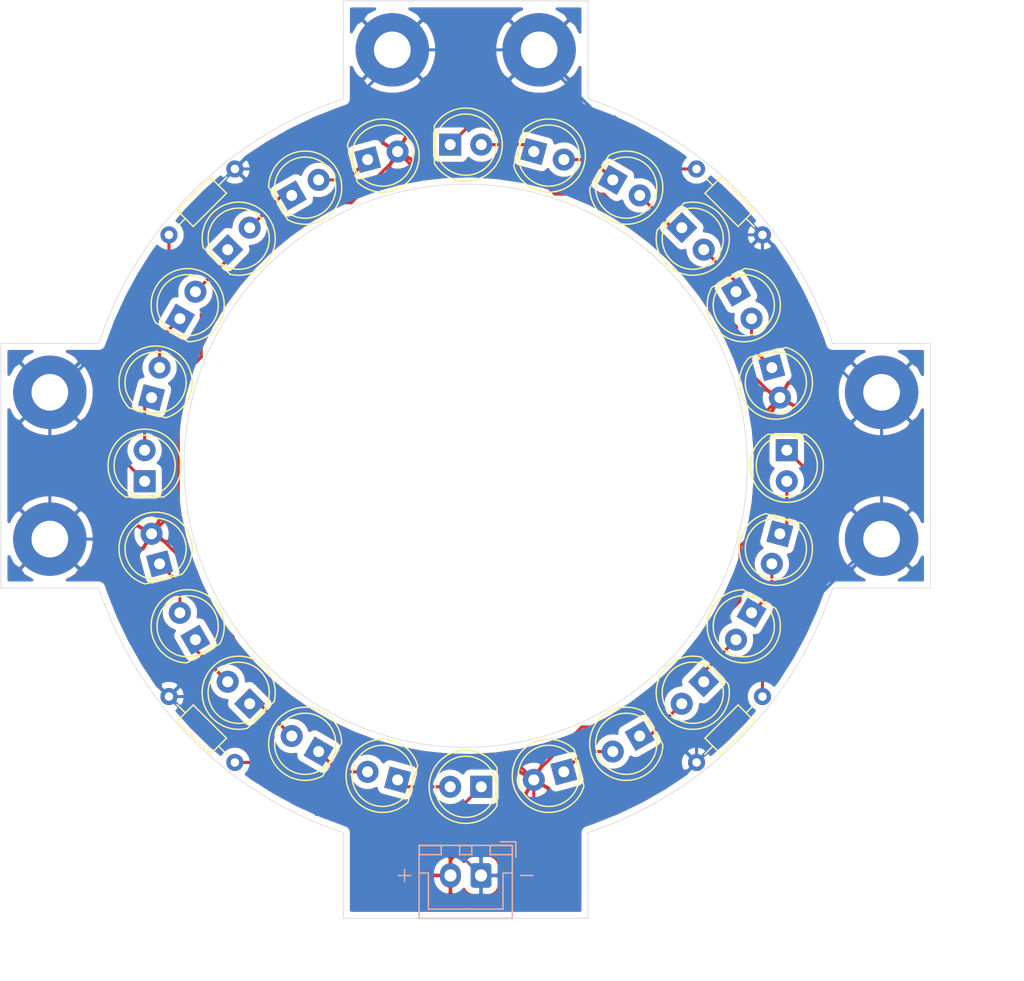
<source format=kicad_pcb>
(kicad_pcb (version 20171130) (host pcbnew "(5.1.6)-1")
  (layers (0 F.Cu signal) (31 B.Cu signal hide) (34 B.Paste user) (35 F.Paste user) (36 B.SilkS user) (37 F.SilkS user) (38 B.Mask user) (39 F.Mask user) (44 Edge.Cuts user))
  (net 0 "")
  (net 1 "Net-(D1-Pad2)")
  (net 2 "Net-(D1-Pad1)")
  (net 3 GND)
  (net 4 "Net-(D7-Pad1)")
  (net 5 "Net-(D7-Pad2)")
  (net 6 "Net-(D10-Pad2)")
  (net 7 "Net-(D10-Pad1)")
  (net 8 "Net-(D13-Pad1)")
  (net 9 "Net-(D13-Pad2)")
  (net 10 "Net-(D19-Pad1)")
  (net 11 "Net-(D19-Pad2)")
  (net 12 "Net-(D2-Pad2)")
  (net 13 "Net-(D3-Pad2)")
  (net 14 "Net-(D4-Pad2)")
  (net 15 "Net-(D5-Pad2)")
  (net 16 "Net-(D8-Pad2)")
  (net 17 "Net-(D11-Pad2)")
  (net 18 "Net-(D14-Pad2)")
  (net 19 "Net-(D15-Pad2)")
  (net 20 "Net-(D16-Pad2)")
  (net 21 "Net-(D17-Pad2)")
  (net 22 "Net-(D20-Pad2)")
  (net 23 "Net-(D21-Pad2)")
  (net 24 "Net-(D22-Pad2)")
  (net 25 "Net-(D23-Pad2)")
  (net 26 24V)
  (module MountingHole:MountingHole_3mm_Pad (layer F.Cu) (at 94 66)
    (fp_text reference M3 hide)
    (fp_text value M)
    (pad 1 thru_hole circle (at 0 0) (size 6 6) (drill 3) (layers *.Cu *.Mask) (net 3 GND))
  )
  (module LED_THT:LED_D5.0mm (layer F.Cu) (at 74.315747 94.432726 75)
    (fp_text reference D2 hide)
    (fp_text value LED)
    (fp_circle (center 1.27 0) (end 3.77 0) (layer F.SilkS) (width 0.12))
    (fp_line (start -1.29 -1.545) (end -1.29 1.545) (layer F.SilkS) (width 0.12))
    (fp_arc (start 1.27 0) (end -1.29 -1.54483) (angle 148.9) (layer F.SilkS) (width 0.12))
    (fp_arc (start 1.27 0) (end -1.29 1.54483) (angle -148.9) (layer F.SilkS) (width 0.12))
    (pad 1 thru_hole rect (at 0 0 75) (size 1.8 1.8) (drill 0.9) (layers *.Cu *.Mask) (net 1 "Net-(D1-Pad2)"))
    (pad 2 thru_hole circle (at 2.54 0 75) (size 1.8 1.8) (drill 0.9) (layers *.Cu *.Mask) (net 12 "Net-(D2-Pad2)"))
  )
  (module LED_THT:LED_D5.0mm (layer F.Cu) (at 76.631833 87.974852 60)
    (fp_text reference D3 hide)
    (fp_text value LED)
    (fp_circle (center 1.27 0) (end 3.77 0) (layer F.SilkS) (width 0.12))
    (fp_line (start -1.29 -1.545) (end -1.29 1.545) (layer F.SilkS) (width 0.12))
    (fp_arc (start 1.27 0) (end -1.29 -1.54483) (angle 148.9) (layer F.SilkS) (width 0.12))
    (fp_arc (start 1.27 0) (end -1.29 1.54483) (angle -148.9) (layer F.SilkS) (width 0.12))
    (pad 1 thru_hole rect (at 0 0 60) (size 1.8 1.8) (drill 0.9) (layers *.Cu *.Mask) (net 12 "Net-(D2-Pad2)"))
    (pad 2 thru_hole circle (at 2.54 0 60) (size 1.8 1.8) (drill 0.9) (layers *.Cu *.Mask) (net 13 "Net-(D3-Pad2)"))
  )
  (module LED_THT:LED_D5.0mm (layer F.Cu) (at 80.540421 82.336473 45)
    (fp_text reference D4 hide)
    (fp_text value LED)
    (fp_circle (center 1.27 0) (end 3.77 0) (layer F.SilkS) (width 0.12))
    (fp_line (start -1.29 -1.545) (end -1.29 1.545) (layer F.SilkS) (width 0.12))
    (fp_arc (start 1.27 0) (end -1.29 -1.54483) (angle 148.9) (layer F.SilkS) (width 0.12))
    (fp_arc (start 1.27 0) (end -1.29 1.54483) (angle -148.9) (layer F.SilkS) (width 0.12))
    (pad 1 thru_hole rect (at 0 0 45) (size 1.8 1.8) (drill 0.9) (layers *.Cu *.Mask) (net 13 "Net-(D3-Pad2)"))
    (pad 2 thru_hole circle (at 2.54 0 45) (size 1.8 1.8) (drill 0.9) (layers *.Cu *.Mask) (net 14 "Net-(D4-Pad2)"))
  )
  (module LED_THT:LED_D5.0mm (layer F.Cu) (at 85.775148 77.901833 30)
    (fp_text reference D5 hide)
    (fp_text value LED)
    (fp_circle (center 1.27 0) (end 3.77 0) (layer F.SilkS) (width 0.12))
    (fp_line (start -1.29 -1.545) (end -1.29 1.545) (layer F.SilkS) (width 0.12))
    (fp_arc (start 1.27 0) (end -1.29 -1.54483) (angle 148.9) (layer F.SilkS) (width 0.12))
    (fp_arc (start 1.27 0) (end -1.29 1.54483) (angle -148.9) (layer F.SilkS) (width 0.12))
    (pad 1 thru_hole rect (at 0 0 30) (size 1.8 1.8) (drill 0.9) (layers *.Cu *.Mask) (net 14 "Net-(D4-Pad2)"))
    (pad 2 thru_hole circle (at 2.54 0 30) (size 1.8 1.8) (drill 0.9) (layers *.Cu *.Mask) (net 15 "Net-(D5-Pad2)"))
  )
  (module LED_THT:LED_D5.0mm (layer F.Cu) (at 91.979274 74.973147 15)
    (fp_text reference D6 hide)
    (fp_text value LED)
    (fp_circle (center 1.27 0) (end 3.77 0) (layer F.SilkS) (width 0.12))
    (fp_line (start -1.29 -1.545) (end -1.29 1.545) (layer F.SilkS) (width 0.12))
    (fp_arc (start 1.27 0) (end -1.29 -1.54483) (angle 148.9) (layer F.SilkS) (width 0.12))
    (fp_arc (start 1.27 0) (end -1.29 1.54483) (angle -148.9) (layer F.SilkS) (width 0.12))
    (pad 1 thru_hole rect (at 0 0 15) (size 1.8 1.8) (drill 0.9) (layers *.Cu *.Mask) (net 15 "Net-(D5-Pad2)"))
    (pad 2 thru_hole circle (at 2.54 0 15) (size 1.8 1.8) (drill 0.9) (layers *.Cu *.Mask) (net 26 24V))
  )
  (module LED_THT:LED_D5.0mm (layer F.Cu) (at 98.73 73.75)
    (fp_text reference D7 hide)
    (fp_text value LED)
    (fp_circle (center 1.27 0) (end 3.77 0) (layer F.SilkS) (width 0.12))
    (fp_line (start -1.29 -1.545) (end -1.29 1.545) (layer F.SilkS) (width 0.12))
    (fp_arc (start 1.27 0) (end -1.29 -1.54483) (angle 148.9) (layer F.SilkS) (width 0.12))
    (fp_arc (start 1.27 0) (end -1.29 1.54483) (angle -148.9) (layer F.SilkS) (width 0.12))
    (pad 1 thru_hole rect (at 0 0) (size 1.8 1.8) (drill 0.9) (layers *.Cu *.Mask) (net 4 "Net-(D7-Pad1)"))
    (pad 2 thru_hole circle (at 2.54 0) (size 1.8 1.8) (drill 0.9) (layers *.Cu *.Mask) (net 5 "Net-(D7-Pad2)"))
  )
  (module LED_THT:LED_D5.0mm (layer F.Cu) (at 105.567274 74.315747 345)
    (fp_text reference D8 hide)
    (fp_text value LED)
    (fp_circle (center 1.27 0) (end 3.77 0) (layer F.SilkS) (width 0.12))
    (fp_line (start -1.29 -1.545) (end -1.29 1.545) (layer F.SilkS) (width 0.12))
    (fp_arc (start 1.27 0) (end -1.29 -1.54483) (angle 148.9) (layer F.SilkS) (width 0.12))
    (fp_arc (start 1.27 0) (end -1.29 1.54483) (angle -148.9) (layer F.SilkS) (width 0.12))
    (pad 1 thru_hole rect (at 0 0 345) (size 1.8 1.8) (drill 0.9) (layers *.Cu *.Mask) (net 5 "Net-(D7-Pad2)"))
    (pad 2 thru_hole circle (at 2.54 0 345) (size 1.8 1.8) (drill 0.9) (layers *.Cu *.Mask) (net 16 "Net-(D8-Pad2)"))
  )
  (module LED_THT:LED_D5.0mm (layer F.Cu) (at 112.025148 76.631833 330)
    (fp_text reference D9 hide)
    (fp_text value LED)
    (fp_circle (center 1.27 0) (end 3.77 0) (layer F.SilkS) (width 0.12))
    (fp_line (start -1.29 -1.545) (end -1.29 1.545) (layer F.SilkS) (width 0.12))
    (fp_arc (start 1.27 0) (end -1.29 -1.54483) (angle 148.9) (layer F.SilkS) (width 0.12))
    (fp_arc (start 1.27 0) (end -1.29 1.54483) (angle -148.9) (layer F.SilkS) (width 0.12))
    (pad 1 thru_hole rect (at 0 0 330) (size 1.8 1.8) (drill 0.9) (layers *.Cu *.Mask) (net 16 "Net-(D8-Pad2)"))
    (pad 2 thru_hole circle (at 2.54 0 330) (size 1.8 1.8) (drill 0.9) (layers *.Cu *.Mask) (net 7 "Net-(D10-Pad1)"))
  )
  (module LED_THT:LED_D5.0mm (layer F.Cu) (at 117.663527 80.540421 315)
    (fp_text reference D10 hide)
    (fp_text value LED)
    (fp_circle (center 1.27 0) (end 3.77 0) (layer F.SilkS) (width 0.12))
    (fp_line (start -1.29 -1.545) (end -1.29 1.545) (layer F.SilkS) (width 0.12))
    (fp_arc (start 1.27 0) (end -1.29 -1.54483) (angle 148.9) (layer F.SilkS) (width 0.12))
    (fp_arc (start 1.27 0) (end -1.29 1.54483) (angle -148.9) (layer F.SilkS) (width 0.12))
    (pad 1 thru_hole rect (at 0 0 315) (size 1.8 1.8) (drill 0.9) (layers *.Cu *.Mask) (net 7 "Net-(D10-Pad1)"))
    (pad 2 thru_hole circle (at 2.54 0 315) (size 1.8 1.8) (drill 0.9) (layers *.Cu *.Mask) (net 6 "Net-(D10-Pad2)"))
  )
  (module LED_THT:LED_D5.0mm (layer F.Cu) (at 122.098167 85.775148 300)
    (fp_text reference D11 hide)
    (fp_text value LED)
    (fp_circle (center 1.27 0) (end 3.77 0) (layer F.SilkS) (width 0.12))
    (fp_line (start -1.29 -1.545) (end -1.29 1.545) (layer F.SilkS) (width 0.12))
    (fp_arc (start 1.27 0) (end -1.29 -1.54483) (angle 148.9) (layer F.SilkS) (width 0.12))
    (fp_arc (start 1.27 0) (end -1.29 1.54483) (angle -148.9) (layer F.SilkS) (width 0.12))
    (pad 1 thru_hole rect (at 0 0 300) (size 1.8 1.8) (drill 0.9) (layers *.Cu *.Mask) (net 6 "Net-(D10-Pad2)"))
    (pad 2 thru_hole circle (at 2.54 0 300) (size 1.8 1.8) (drill 0.9) (layers *.Cu *.Mask) (net 17 "Net-(D11-Pad2)"))
  )
  (module LED_THT:LED_D5.0mm (layer F.Cu) (at 125.026853 91.979274 285)
    (fp_text reference D12 hide)
    (fp_text value LED)
    (fp_circle (center 1.27 0) (end 3.77 0) (layer F.SilkS) (width 0.12))
    (fp_line (start -1.29 -1.545) (end -1.29 1.545) (layer F.SilkS) (width 0.12))
    (fp_arc (start 1.27 0) (end -1.29 -1.54483) (angle 148.9) (layer F.SilkS) (width 0.12))
    (fp_arc (start 1.27 0) (end -1.29 1.54483) (angle -148.9) (layer F.SilkS) (width 0.12))
    (pad 1 thru_hole rect (at 0 0 285) (size 1.8 1.8) (drill 0.9) (layers *.Cu *.Mask) (net 17 "Net-(D11-Pad2)"))
    (pad 2 thru_hole circle (at 2.54 0 285) (size 1.8 1.8) (drill 0.9) (layers *.Cu *.Mask) (net 26 24V))
  )
  (module LED_THT:LED_D5.0mm (layer F.Cu) (at 126.25 98.73 270)
    (fp_text reference D13 hide)
    (fp_text value LED)
    (fp_circle (center 1.27 0) (end 3.77 0) (layer F.SilkS) (width 0.12))
    (fp_line (start -1.29 -1.545) (end -1.29 1.545) (layer F.SilkS) (width 0.12))
    (fp_arc (start 1.27 0) (end -1.29 -1.54483) (angle 148.9) (layer F.SilkS) (width 0.12))
    (fp_arc (start 1.27 0) (end -1.29 1.54483) (angle -148.9) (layer F.SilkS) (width 0.12))
    (pad 1 thru_hole rect (at 0 0 270) (size 1.8 1.8) (drill 0.9) (layers *.Cu *.Mask) (net 8 "Net-(D13-Pad1)"))
    (pad 2 thru_hole circle (at 2.54 0 270) (size 1.8 1.8) (drill 0.9) (layers *.Cu *.Mask) (net 9 "Net-(D13-Pad2)"))
  )
  (module LED_THT:LED_D5.0mm (layer F.Cu) (at 125.684253 105.567274 255)
    (fp_text reference D14 hide)
    (fp_text value LED)
    (fp_circle (center 1.27 0) (end 3.77 0) (layer F.SilkS) (width 0.12))
    (fp_line (start -1.29 -1.545) (end -1.29 1.545) (layer F.SilkS) (width 0.12))
    (fp_arc (start 1.27 0) (end -1.29 -1.54483) (angle 148.9) (layer F.SilkS) (width 0.12))
    (fp_arc (start 1.27 0) (end -1.29 1.54483) (angle -148.9) (layer F.SilkS) (width 0.12))
    (pad 1 thru_hole rect (at 0 0 255) (size 1.8 1.8) (drill 0.9) (layers *.Cu *.Mask) (net 9 "Net-(D13-Pad2)"))
    (pad 2 thru_hole circle (at 2.54 0 255) (size 1.8 1.8) (drill 0.9) (layers *.Cu *.Mask) (net 18 "Net-(D14-Pad2)"))
  )
  (module LED_THT:LED_D5.0mm (layer F.Cu) (at 123.368167 112.025148 240)
    (fp_text reference D15 hide)
    (fp_text value LED)
    (fp_circle (center 1.27 0) (end 3.77 0) (layer F.SilkS) (width 0.12))
    (fp_line (start -1.29 -1.545) (end -1.29 1.545) (layer F.SilkS) (width 0.12))
    (fp_arc (start 1.27 0) (end -1.29 -1.54483) (angle 148.9) (layer F.SilkS) (width 0.12))
    (fp_arc (start 1.27 0) (end -1.29 1.54483) (angle -148.9) (layer F.SilkS) (width 0.12))
    (pad 1 thru_hole rect (at 0 0 240) (size 1.8 1.8) (drill 0.9) (layers *.Cu *.Mask) (net 18 "Net-(D14-Pad2)"))
    (pad 2 thru_hole circle (at 2.54 0 240) (size 1.8 1.8) (drill 0.9) (layers *.Cu *.Mask) (net 19 "Net-(D15-Pad2)"))
  )
  (module LED_THT:LED_D5.0mm (layer F.Cu) (at 119.459579 117.663527 225)
    (fp_text reference D16 hide)
    (fp_text value LED)
    (fp_circle (center 1.27 0) (end 3.77 0) (layer F.SilkS) (width 0.12))
    (fp_line (start -1.29 -1.545) (end -1.29 1.545) (layer F.SilkS) (width 0.12))
    (fp_arc (start 1.27 0) (end -1.29 -1.54483) (angle 148.9) (layer F.SilkS) (width 0.12))
    (fp_arc (start 1.27 0) (end -1.29 1.54483) (angle -148.9) (layer F.SilkS) (width 0.12))
    (pad 1 thru_hole rect (at 0 0 225) (size 1.8 1.8) (drill 0.9) (layers *.Cu *.Mask) (net 19 "Net-(D15-Pad2)"))
    (pad 2 thru_hole circle (at 2.54 0 225) (size 1.8 1.8) (drill 0.9) (layers *.Cu *.Mask) (net 20 "Net-(D16-Pad2)"))
  )
  (module LED_THT:LED_D5.0mm (layer F.Cu) (at 114.224852 122.098167 210)
    (fp_text reference D17 hide)
    (fp_text value LED)
    (fp_circle (center 1.27 0) (end 3.77 0) (layer F.SilkS) (width 0.12))
    (fp_line (start -1.29 -1.545) (end -1.29 1.545) (layer F.SilkS) (width 0.12))
    (fp_arc (start 1.27 0) (end -1.29 -1.54483) (angle 148.9) (layer F.SilkS) (width 0.12))
    (fp_arc (start 1.27 0) (end -1.29 1.54483) (angle -148.9) (layer F.SilkS) (width 0.12))
    (pad 1 thru_hole rect (at 0 0 210) (size 1.8 1.8) (drill 0.9) (layers *.Cu *.Mask) (net 20 "Net-(D16-Pad2)"))
    (pad 2 thru_hole circle (at 2.54 0 210) (size 1.8 1.8) (drill 0.9) (layers *.Cu *.Mask) (net 21 "Net-(D17-Pad2)"))
  )
  (module LED_THT:LED_D5.0mm (layer F.Cu) (at 108.020726 125.026853 195)
    (fp_text reference D18 hide)
    (fp_text value LED)
    (fp_circle (center 1.27 0) (end 3.77 0) (layer F.SilkS) (width 0.12))
    (fp_line (start -1.29 -1.545) (end -1.29 1.545) (layer F.SilkS) (width 0.12))
    (fp_arc (start 1.27 0) (end -1.29 -1.54483) (angle 148.9) (layer F.SilkS) (width 0.12))
    (fp_arc (start 1.27 0) (end -1.29 1.54483) (angle -148.9) (layer F.SilkS) (width 0.12))
    (pad 1 thru_hole rect (at 0 0 195) (size 1.8 1.8) (drill 0.9) (layers *.Cu *.Mask) (net 21 "Net-(D17-Pad2)"))
    (pad 2 thru_hole circle (at 2.54 0 195) (size 1.8 1.8) (drill 0.9) (layers *.Cu *.Mask) (net 26 24V))
  )
  (module LED_THT:LED_D5.0mm (layer F.Cu) (at 101.27 126.25 180)
    (fp_text reference D19 hide)
    (fp_text value LED)
    (fp_circle (center 1.27 0) (end 3.77 0) (layer F.SilkS) (width 0.12))
    (fp_line (start -1.29 -1.545) (end -1.29 1.545) (layer F.SilkS) (width 0.12))
    (fp_arc (start 1.27 0) (end -1.29 -1.54483) (angle 148.9) (layer F.SilkS) (width 0.12))
    (fp_arc (start 1.27 0) (end -1.29 1.54483) (angle -148.9) (layer F.SilkS) (width 0.12))
    (pad 1 thru_hole rect (at 0 0 180) (size 1.8 1.8) (drill 0.9) (layers *.Cu *.Mask) (net 10 "Net-(D19-Pad1)"))
    (pad 2 thru_hole circle (at 2.54 0 180) (size 1.8 1.8) (drill 0.9) (layers *.Cu *.Mask) (net 11 "Net-(D19-Pad2)"))
  )
  (module LED_THT:LED_D5.0mm (layer F.Cu) (at 94.432726 125.684253 165)
    (fp_text reference D20 hide)
    (fp_text value LED)
    (fp_circle (center 1.27 0) (end 3.77 0) (layer F.SilkS) (width 0.12))
    (fp_line (start -1.29 -1.545) (end -1.29 1.545) (layer F.SilkS) (width 0.12))
    (fp_arc (start 1.27 0) (end -1.29 -1.54483) (angle 148.9) (layer F.SilkS) (width 0.12))
    (fp_arc (start 1.27 0) (end -1.29 1.54483) (angle -148.9) (layer F.SilkS) (width 0.12))
    (pad 1 thru_hole rect (at 0 0 165) (size 1.8 1.8) (drill 0.9) (layers *.Cu *.Mask) (net 11 "Net-(D19-Pad2)"))
    (pad 2 thru_hole circle (at 2.54 0 165) (size 1.8 1.8) (drill 0.9) (layers *.Cu *.Mask) (net 22 "Net-(D20-Pad2)"))
  )
  (module LED_THT:LED_D5.0mm (layer F.Cu) (at 87.974852 123.368167 150)
    (fp_text reference D21 hide)
    (fp_text value LED)
    (fp_circle (center 1.27 0) (end 3.77 0) (layer F.SilkS) (width 0.12))
    (fp_line (start -1.29 -1.545) (end -1.29 1.545) (layer F.SilkS) (width 0.12))
    (fp_arc (start 1.27 0) (end -1.29 -1.54483) (angle 148.9) (layer F.SilkS) (width 0.12))
    (fp_arc (start 1.27 0) (end -1.29 1.54483) (angle -148.9) (layer F.SilkS) (width 0.12))
    (pad 1 thru_hole rect (at 0 0 150) (size 1.8 1.8) (drill 0.9) (layers *.Cu *.Mask) (net 22 "Net-(D20-Pad2)"))
    (pad 2 thru_hole circle (at 2.54 0 150) (size 1.8 1.8) (drill 0.9) (layers *.Cu *.Mask) (net 23 "Net-(D21-Pad2)"))
  )
  (module LED_THT:LED_D5.0mm (layer F.Cu) (at 82.336473 119.459579 135)
    (fp_text reference D22 hide)
    (fp_text value LED)
    (fp_circle (center 1.27 0) (end 3.77 0) (layer F.SilkS) (width 0.12))
    (fp_line (start -1.29 -1.545) (end -1.29 1.545) (layer F.SilkS) (width 0.12))
    (fp_arc (start 1.27 0) (end -1.29 -1.54483) (angle 148.9) (layer F.SilkS) (width 0.12))
    (fp_arc (start 1.27 0) (end -1.29 1.54483) (angle -148.9) (layer F.SilkS) (width 0.12))
    (pad 1 thru_hole rect (at 0 0 135) (size 1.8 1.8) (drill 0.9) (layers *.Cu *.Mask) (net 23 "Net-(D21-Pad2)"))
    (pad 2 thru_hole circle (at 2.54 0 135) (size 1.8 1.8) (drill 0.9) (layers *.Cu *.Mask) (net 24 "Net-(D22-Pad2)"))
  )
  (module LED_THT:LED_D5.0mm (layer F.Cu) (at 77.901833 114.224852 120)
    (fp_text reference D23 hide)
    (fp_text value LED)
    (fp_circle (center 1.27 0) (end 3.77 0) (layer F.SilkS) (width 0.12))
    (fp_line (start -1.29 -1.545) (end -1.29 1.545) (layer F.SilkS) (width 0.12))
    (fp_arc (start 1.27 0) (end -1.29 -1.54483) (angle 148.9) (layer F.SilkS) (width 0.12))
    (fp_arc (start 1.27 0) (end -1.29 1.54483) (angle -148.9) (layer F.SilkS) (width 0.12))
    (pad 1 thru_hole rect (at 0 0 120) (size 1.8 1.8) (drill 0.9) (layers *.Cu *.Mask) (net 24 "Net-(D22-Pad2)"))
    (pad 2 thru_hole circle (at 2.54 0 120) (size 1.8 1.8) (drill 0.9) (layers *.Cu *.Mask) (net 25 "Net-(D23-Pad2)"))
  )
  (module LED_THT:LED_D5.0mm (layer F.Cu) (at 74.973147 108.020726 105)
    (fp_text reference D24 hide)
    (fp_text value LED)
    (fp_circle (center 1.27 0) (end 3.77 0) (layer F.SilkS) (width 0.12))
    (fp_line (start -1.29 -1.545) (end -1.29 1.545) (layer F.SilkS) (width 0.12))
    (fp_arc (start 1.27 0) (end -1.29 -1.54483) (angle 148.9) (layer F.SilkS) (width 0.12))
    (fp_arc (start 1.27 0) (end -1.29 1.54483) (angle -148.9) (layer F.SilkS) (width 0.12))
    (pad 1 thru_hole rect (at 0 0 105) (size 1.8 1.8) (drill 0.9) (layers *.Cu *.Mask) (net 25 "Net-(D23-Pad2)"))
    (pad 2 thru_hole circle (at 2.54 0 105) (size 1.8 1.8) (drill 0.9) (layers *.Cu *.Mask) (net 26 24V))
  )
  (module LED_THT:LED_D5.0mm (layer F.Cu) (at 73.75 101.27 90)
    (fp_text reference D1 hide)
    (fp_text value LED)
    (fp_line (start -1.29 -1.545) (end -1.29 1.545) (layer F.SilkS) (width 0.12))
    (fp_circle (center 1.27 0) (end 3.77 0) (layer F.SilkS) (width 0.12))
    (fp_arc (start 1.27 0) (end -1.29 1.54483) (angle -148.9) (layer F.SilkS) (width 0.12))
    (fp_arc (start 1.27 0) (end -1.29 -1.54483) (angle 148.9) (layer F.SilkS) (width 0.12))
    (pad 2 thru_hole circle (at 2.54 0 90) (size 1.8 1.8) (drill 0.9) (layers *.Cu *.Mask) (net 1 "Net-(D1-Pad2)"))
    (pad 1 thru_hole rect (at 0 0 90) (size 1.8 1.8) (drill 0.9) (layers *.Cu *.Mask) (net 2 "Net-(D1-Pad1)"))
  )
  (module Resistor_THT:R_Axial_DIN0204_L3.6mm_D1.6mm_P7.62mm_Horizontal (layer F.Cu) (at 118.87268 75.739166 315)
    (fp_text reference R2 hide)
    (fp_text value R)
    (fp_line (start 1.89 -0.92) (end 1.89 0.92) (layer F.SilkS) (width 0.12))
    (fp_line (start 1.89 0.92) (end 5.73 0.92) (layer F.SilkS) (width 0.12))
    (fp_line (start 5.73 0.92) (end 5.73 -0.92) (layer F.SilkS) (width 0.12))
    (fp_line (start 5.73 -0.92) (end 1.89 -0.92) (layer F.SilkS) (width 0.12))
    (fp_line (start 0.94 0) (end 1.89 0) (layer F.SilkS) (width 0.12))
    (fp_line (start 6.68 0) (end 5.73 0) (layer F.SilkS) (width 0.12))
    (pad 1 thru_hole circle (at 0 0 315) (size 1.4 1.4) (drill 0.7) (layers *.Cu *.Mask) (net 4 "Net-(D7-Pad1)"))
    (pad 2 thru_hole oval (at 7.62 0 315) (size 1.4 1.4) (drill 0.7) (layers *.Cu *.Mask) (net 3 GND))
  )
  (module MountingHole:MountingHole_3mm_Pad (layer F.Cu) (at 134 106 270)
    (fp_text reference M6 hide)
    (fp_text value M)
    (pad 1 thru_hole circle (at 0 0 270) (size 6 6) (drill 3) (layers *.Cu *.Mask) (net 3 GND))
  )
  (module MountingHole:MountingHole_3mm_Pad (layer F.Cu) (at 66 94 90)
    (fp_text reference M2 hide)
    (fp_text value M)
    (pad 1 thru_hole circle (at 0 0 90) (size 6 6) (drill 3) (layers *.Cu *.Mask) (net 3 GND))
  )
  (module MountingHole:MountingHole_3mm_Pad (layer F.Cu) (at 134 94 270)
    (fp_text reference M5 hide)
    (fp_text value M)
    (pad 1 thru_hole circle (at 0 0 270) (size 6 6) (drill 3) (layers *.Cu *.Mask) (net 3 GND))
  )
  (module MountingHole:MountingHole_3mm_Pad (layer F.Cu) (at 66 106 90)
    (fp_text reference M1 hide)
    (fp_text value M)
    (pad 1 thru_hole circle (at 0 0 90) (size 6 6) (drill 3) (layers *.Cu *.Mask) (net 3 GND))
  )
  (module MountingHole:MountingHole_3mm_Pad (layer F.Cu) (at 106 66)
    (fp_text reference M4 hide)
    (fp_text value M)
    (pad 1 thru_hole circle (at 0 0) (size 6 6) (drill 3) (layers *.Cu *.Mask) (net 3 GND))
  )
  (module Connector_JST:JST_XH_B2B-XH-A_1x02_P2.50mm_Vertical (layer B.Cu) (at 101.25 133.5 180)
    (fp_text reference J1 hide)
    (fp_text value Conn_01x02_Male)
    (fp_line (start -2.85 2.75) (end -2.85 1.5) (layer B.SilkS) (width 0.12))
    (fp_line (start -1.6 2.75) (end -2.85 2.75) (layer B.SilkS) (width 0.12))
    (fp_line (start 4.3 -2.75) (end 1.25 -2.75) (layer B.SilkS) (width 0.12))
    (fp_line (start 4.3 0.2) (end 4.3 -2.75) (layer B.SilkS) (width 0.12))
    (fp_line (start 5.05 0.2) (end 4.3 0.2) (layer B.SilkS) (width 0.12))
    (fp_line (start -1.8 -2.75) (end 1.25 -2.75) (layer B.SilkS) (width 0.12))
    (fp_line (start -1.8 0.2) (end -1.8 -2.75) (layer B.SilkS) (width 0.12))
    (fp_line (start -2.55 0.2) (end -1.8 0.2) (layer B.SilkS) (width 0.12))
    (fp_line (start 5.05 2.45) (end 3.25 2.45) (layer B.SilkS) (width 0.12))
    (fp_line (start 5.05 1.7) (end 5.05 2.45) (layer B.SilkS) (width 0.12))
    (fp_line (start 3.25 1.7) (end 5.05 1.7) (layer B.SilkS) (width 0.12))
    (fp_line (start 3.25 2.45) (end 3.25 1.7) (layer B.SilkS) (width 0.12))
    (fp_line (start -0.75 2.45) (end -2.55 2.45) (layer B.SilkS) (width 0.12))
    (fp_line (start -0.75 1.7) (end -0.75 2.45) (layer B.SilkS) (width 0.12))
    (fp_line (start -2.55 1.7) (end -0.75 1.7) (layer B.SilkS) (width 0.12))
    (fp_line (start -2.55 2.45) (end -2.55 1.7) (layer B.SilkS) (width 0.12))
    (fp_line (start 1.75 2.45) (end 0.75 2.45) (layer B.SilkS) (width 0.12))
    (fp_line (start 1.75 1.7) (end 1.75 2.45) (layer B.SilkS) (width 0.12))
    (fp_line (start 0.75 1.7) (end 1.75 1.7) (layer B.SilkS) (width 0.12))
    (fp_line (start 0.75 2.45) (end 0.75 1.7) (layer B.SilkS) (width 0.12))
    (fp_line (start 5.06 2.46) (end -2.56 2.46) (layer B.SilkS) (width 0.12))
    (fp_line (start 5.06 -3.51) (end 5.06 2.46) (layer B.SilkS) (width 0.12))
    (fp_line (start -2.56 -3.51) (end 5.06 -3.51) (layer B.SilkS) (width 0.12))
    (fp_line (start -2.56 2.46) (end -2.56 -3.51) (layer B.SilkS) (width 0.12))
    (pad 2 thru_hole oval (at 2.5 0 180) (size 1.7 2) (drill 1) (layers *.Cu *.Mask) (net 26 24V))
    (pad 1 thru_hole roundrect (at 0 0 180) (size 1.7 2) (drill 1) (layers *.Cu *.Mask) (roundrect_rratio 0.147059) (net 3 GND))
  )
  (module Resistor_THT:R_Axial_DIN0204_L3.6mm_D1.6mm_P7.62mm_Horizontal (layer F.Cu) (at 75.739166 81.12732 45)
    (fp_text reference R1 hide)
    (fp_text value R)
    (fp_line (start 1.89 -0.92) (end 1.89 0.92) (layer F.SilkS) (width 0.12))
    (fp_line (start 1.89 0.92) (end 5.73 0.92) (layer F.SilkS) (width 0.12))
    (fp_line (start 5.73 0.92) (end 5.73 -0.92) (layer F.SilkS) (width 0.12))
    (fp_line (start 5.73 -0.92) (end 1.89 -0.92) (layer F.SilkS) (width 0.12))
    (fp_line (start 0.94 0) (end 1.89 0) (layer F.SilkS) (width 0.12))
    (fp_line (start 6.68 0) (end 5.73 0) (layer F.SilkS) (width 0.12))
    (pad 1 thru_hole circle (at 0 0 45) (size 1.4 1.4) (drill 0.7) (layers *.Cu *.Mask) (net 2 "Net-(D1-Pad1)"))
    (pad 2 thru_hole oval (at 7.62 0 45) (size 1.4 1.4) (drill 0.7) (layers *.Cu *.Mask) (net 3 GND))
  )
  (module Resistor_THT:R_Axial_DIN0204_L3.6mm_D1.6mm_P7.62mm_Horizontal (layer F.Cu) (at 124.260834 118.87268 225)
    (fp_text reference R3 hide)
    (fp_text value R)
    (fp_line (start 1.89 -0.92) (end 1.89 0.92) (layer F.SilkS) (width 0.12))
    (fp_line (start 1.89 0.92) (end 5.73 0.92) (layer F.SilkS) (width 0.12))
    (fp_line (start 5.73 0.92) (end 5.73 -0.92) (layer F.SilkS) (width 0.12))
    (fp_line (start 5.73 -0.92) (end 1.89 -0.92) (layer F.SilkS) (width 0.12))
    (fp_line (start 0.94 0) (end 1.89 0) (layer F.SilkS) (width 0.12))
    (fp_line (start 6.68 0) (end 5.73 0) (layer F.SilkS) (width 0.12))
    (pad 1 thru_hole circle (at 0 0 225) (size 1.4 1.4) (drill 0.7) (layers *.Cu *.Mask) (net 8 "Net-(D13-Pad1)"))
    (pad 2 thru_hole oval (at 7.62 0 225) (size 1.4 1.4) (drill 0.7) (layers *.Cu *.Mask) (net 3 GND))
  )
  (module Resistor_THT:R_Axial_DIN0204_L3.6mm_D1.6mm_P7.62mm_Horizontal (layer F.Cu) (at 81.12732 124.260834 135)
    (fp_text reference R4 hide)
    (fp_text value R)
    (fp_line (start 1.89 -0.92) (end 1.89 0.92) (layer F.SilkS) (width 0.12))
    (fp_line (start 1.89 0.92) (end 5.73 0.92) (layer F.SilkS) (width 0.12))
    (fp_line (start 5.73 0.92) (end 5.73 -0.92) (layer F.SilkS) (width 0.12))
    (fp_line (start 5.73 -0.92) (end 1.89 -0.92) (layer F.SilkS) (width 0.12))
    (fp_line (start 0.94 0) (end 1.89 0) (layer F.SilkS) (width 0.12))
    (fp_line (start 6.68 0) (end 5.73 0) (layer F.SilkS) (width 0.12))
    (pad 1 thru_hole circle (at 0 0 135) (size 1.4 1.4) (drill 0.7) (layers *.Cu *.Mask) (net 10 "Net-(D19-Pad1)"))
    (pad 2 thru_hole oval (at 7.62 0 135) (size 1.4 1.4) (drill 0.7) (layers *.Cu *.Mask) (net 3 GND))
  )
  (gr_line (start 95 133) (end 95 134) (layer B.SilkS) (width 0.12))
  (gr_line (start 95.5 133.5) (end 94.5 133.5) (layer B.SilkS) (width 0.12))
  (gr_line (start 104.5 133.5) (end 105.5 133.5) (layer B.SilkS) (width 0.12))
  (gr_line (start 110 137) (end 110 130) (layer Edge.Cuts) (width 0.05))
  (gr_line (start 90 137) (end 110 137) (layer Edge.Cuts) (width 0.05))
  (gr_line (start 90 129.999999) (end 90 137) (layer Edge.Cuts) (width 0.05))
  (gr_line (start 138 110) (end 129.999999 110) (layer Edge.Cuts) (width 0.05))
  (gr_line (start 138 90) (end 138 110) (layer Edge.Cuts) (width 0.05))
  (gr_line (start 129.999999 90.000001) (end 138 90) (layer Edge.Cuts) (width 0.05))
  (gr_line (start 62 110) (end 70 110) (layer Edge.Cuts) (width 0.05))
  (gr_line (start 62 90) (end 62 110) (layer Edge.Cuts) (width 0.05))
  (gr_line (start 70 90) (end 62 90) (layer Edge.Cuts) (width 0.05))
  (gr_arc (start 100 100) (end 90.000001 70.000001) (angle -53.13010235) (layer Edge.Cuts) (width 0.05))
  (gr_line (start 110 62) (end 110 70) (layer Edge.Cuts) (width 0.05))
  (gr_line (start 90 62) (end 110 62) (layer Edge.Cuts) (width 0.05))
  (gr_line (start 90.000001 70.000001) (end 90 62) (layer Edge.Cuts) (width 0.05))
  (gr_arc (start 100 100) (end 109.999999 129.999999) (angle -53.13010235) (layer Edge.Cuts) (width 0.05))
  (gr_arc (start 100 100) (end 70.000001 109.999999) (angle -53.13010235) (layer Edge.Cuts) (width 0.05))
  (gr_arc (start 100 100) (end 129.999999 90.000001) (angle -53.13010235) (layer Edge.Cuts) (width 0.05))
  (gr_circle (center 100 100) (end 123 101) (layer Edge.Cuts) (width 0.05))
  (segment (start 73.75 94.998473) (end 74.315747 94.432726) (width 0.25) (layer F.Cu) (net 1))
  (segment (start 73.75 98.73) (end 73.75 94.998473) (width 0.25) (layer F.Cu) (net 1))
  (segment (start 75.739166 81.12732) (end 75.739166 84.260834) (width 0.25) (layer F.Cu) (net 2))
  (segment (start 75.739166 84.260834) (end 71.5 88.5) (width 0.25) (layer F.Cu) (net 2))
  (segment (start 71.5 99.02) (end 73.75 101.27) (width 0.25) (layer F.Cu) (net 2))
  (segment (start 71.5 88.5) (end 71.5 99.02) (width 0.25) (layer F.Cu) (net 2))
  (segment (start 101.25 133.5) (end 103.5 133.5) (width 0.25) (layer B.Cu) (net 3))
  (segment (start 118.172681 124.960833) (end 118.87268 124.260834) (width 0.25) (layer B.Cu) (net 3))
  (segment (start 112.039167 124.960833) (end 118.172681 124.960833) (width 0.25) (layer B.Cu) (net 3))
  (segment (start 103.5 133.5) (end 112.039167 124.960833) (width 0.25) (layer B.Cu) (net 3))
  (segment (start 133.505011 106) (end 134 106) (width 0.25) (layer B.Cu) (net 3))
  (segment (start 118.87268 124.260834) (end 118.87268 120.632331) (width 0.25) (layer B.Cu) (net 3))
  (segment (start 118.87268 120.632331) (end 133.505011 106) (width 0.25) (layer B.Cu) (net 3))
  (segment (start 134 106) (end 134 94) (width 0.25) (layer B.Cu) (net 3))
  (segment (start 124.260834 81.12732) (end 124.260834 85.760834) (width 0.25) (layer B.Cu) (net 3))
  (segment (start 132.5 94) (end 134 94) (width 0.25) (layer B.Cu) (net 3))
  (segment (start 124.260834 85.760834) (end 132.5 94) (width 0.25) (layer B.Cu) (net 3))
  (segment (start 106 66.5) (end 106 66) (width 0.25) (layer B.Cu) (net 3))
  (segment (start 124.260834 81.12732) (end 120.62732 81.12732) (width 0.25) (layer B.Cu) (net 3))
  (segment (start 120.62732 81.12732) (end 106 66.5) (width 0.25) (layer B.Cu) (net 3))
  (segment (start 106 66) (end 94 66) (width 0.25) (layer B.Cu) (net 3))
  (segment (start 81.12732 75.739166) (end 85.260834 75.739166) (width 0.25) (layer B.Cu) (net 3))
  (segment (start 94 67) (end 94 66) (width 0.25) (layer B.Cu) (net 3))
  (segment (start 85.260834 75.739166) (end 94 67) (width 0.25) (layer B.Cu) (net 3))
  (segment (start 66.534629 94) (end 69.034629 91.5) (width 0.25) (layer B.Cu) (net 3))
  (segment (start 66 94) (end 66.534629 94) (width 0.25) (layer B.Cu) (net 3))
  (segment (start 69.034629 91.5) (end 69.5 91.5) (width 0.25) (layer B.Cu) (net 3))
  (segment (start 78.5 82.5) (end 78.5 78.366486) (width 0.25) (layer B.Cu) (net 3))
  (segment (start 78.5 78.366486) (end 81.12732 75.739166) (width 0.25) (layer B.Cu) (net 3))
  (segment (start 69.5 91.5) (end 78.5 82.5) (width 0.25) (layer B.Cu) (net 3))
  (segment (start 66 94) (end 66 106) (width 0.25) (layer B.Cu) (net 3))
  (segment (start 66 106) (end 69.5 106) (width 0.25) (layer B.Cu) (net 3))
  (segment (start 75.039167 118.172681) (end 75.739166 118.87268) (width 0.25) (layer B.Cu) (net 3))
  (segment (start 75.039167 111.539167) (end 75.039167 118.172681) (width 0.25) (layer B.Cu) (net 3))
  (segment (start 69.5 106) (end 75.039167 111.539167) (width 0.25) (layer B.Cu) (net 3))
  (segment (start 75.739166 118.87268) (end 78.87268 118.87268) (width 0.25) (layer B.Cu) (net 3))
  (segment (start 78.87268 118.87268) (end 86.5 126.5) (width 0.25) (layer B.Cu) (net 3))
  (segment (start 86.5 126.5) (end 89.5 126.5) (width 0.25) (layer B.Cu) (net 3))
  (segment (start 89.5 126.5) (end 93 130) (width 0.25) (layer B.Cu) (net 3))
  (segment (start 97.75 130) (end 101.25 133.5) (width 0.25) (layer B.Cu) (net 3))
  (segment (start 93 130) (end 97.75 130) (width 0.25) (layer B.Cu) (net 3))
  (segment (start 100.98 71.5) (end 98.73 73.75) (width 0.25) (layer F.Cu) (net 4))
  (segment (start 112.202754 71.5) (end 100.98 71.5) (width 0.25) (layer F.Cu) (net 4))
  (segment (start 118.87268 75.739166) (end 116.44192 75.739166) (width 0.25) (layer F.Cu) (net 4))
  (segment (start 116.44192 75.739166) (end 112.202754 71.5) (width 0.25) (layer F.Cu) (net 4))
  (segment (start 105.001527 73.75) (end 105.567274 74.315747) (width 0.25) (layer F.Cu) (net 5))
  (segment (start 101.27 73.75) (end 105.001527 73.75) (width 0.25) (layer F.Cu) (net 5))
  (segment (start 122.098167 84.975061) (end 122.098167 85.775148) (width 0.25) (layer F.Cu) (net 6))
  (segment (start 119.459578 82.336472) (end 122.098167 84.975061) (width 0.25) (layer F.Cu) (net 6))
  (segment (start 116.863441 80.540421) (end 117.663527 80.540421) (width 0.25) (layer F.Cu) (net 7))
  (segment (start 114.224853 77.901833) (end 116.863441 80.540421) (width 0.25) (layer F.Cu) (net 7))
  (segment (start 128 100.48) (end 126.25 98.73) (width 0.25) (layer F.Cu) (net 8))
  (segment (start 128 112.702752) (end 128 100.48) (width 0.25) (layer F.Cu) (net 8))
  (segment (start 124.260834 118.87268) (end 124.260834 116.441918) (width 0.25) (layer F.Cu) (net 8))
  (segment (start 124.260834 116.441918) (end 128 112.702752) (width 0.25) (layer F.Cu) (net 8))
  (segment (start 126.25 105.001527) (end 125.684253 105.567274) (width 0.25) (layer F.Cu) (net 9))
  (segment (start 126.25 101.27) (end 126.25 105.001527) (width 0.25) (layer F.Cu) (net 9))
  (segment (start 83.558081 124.260834) (end 87.797247 128.5) (width 0.25) (layer F.Cu) (net 10))
  (segment (start 81.12732 124.260834) (end 83.558081 124.260834) (width 0.25) (layer F.Cu) (net 10))
  (segment (start 99.02 128.5) (end 101.27 126.25) (width 0.25) (layer F.Cu) (net 10))
  (segment (start 87.797247 128.5) (end 99.02 128.5) (width 0.25) (layer F.Cu) (net 10))
  (segment (start 94.998473 126.25) (end 94.432726 125.684253) (width 0.25) (layer F.Cu) (net 11))
  (segment (start 98.73 126.25) (end 94.998473 126.25) (width 0.25) (layer F.Cu) (net 11))
  (segment (start 74.973147 89.633538) (end 76.631833 87.974852) (width 0.25) (layer F.Cu) (net 12))
  (segment (start 74.973147 91.979274) (end 74.973147 89.633538) (width 0.25) (layer F.Cu) (net 12))
  (segment (start 80.540421 83.136559) (end 80.540421 82.336473) (width 0.25) (layer F.Cu) (net 13))
  (segment (start 77.901833 85.775147) (end 80.540421 83.136559) (width 0.25) (layer F.Cu) (net 13))
  (segment (start 84.975061 77.901833) (end 85.775148 77.901833) (width 0.25) (layer F.Cu) (net 14))
  (segment (start 82.336472 80.540422) (end 84.975061 77.901833) (width 0.25) (layer F.Cu) (net 14))
  (segment (start 90.320588 76.631833) (end 91.979274 74.973147) (width 0.25) (layer F.Cu) (net 15))
  (segment (start 87.974853 76.631833) (end 90.320588 76.631833) (width 0.25) (layer F.Cu) (net 15))
  (segment (start 110.366462 74.973147) (end 112.025148 76.631833) (width 0.25) (layer F.Cu) (net 16))
  (segment (start 108.020726 74.973147) (end 110.366462 74.973147) (width 0.25) (layer F.Cu) (net 16))
  (segment (start 123.368167 90.320588) (end 125.026853 91.979274) (width 0.25) (layer F.Cu) (net 17))
  (segment (start 123.368167 87.974853) (end 123.368167 90.320588) (width 0.25) (layer F.Cu) (net 17))
  (segment (start 125.026853 110.366462) (end 123.368167 112.025148) (width 0.25) (layer F.Cu) (net 18))
  (segment (start 125.026853 108.020726) (end 125.026853 110.366462) (width 0.25) (layer F.Cu) (net 18))
  (segment (start 119.459579 116.863441) (end 119.459579 117.663527) (width 0.25) (layer F.Cu) (net 19))
  (segment (start 122.098167 114.224853) (end 119.459579 116.863441) (width 0.25) (layer F.Cu) (net 19))
  (segment (start 115.024939 122.098167) (end 114.224852 122.098167) (width 0.25) (layer F.Cu) (net 20))
  (segment (start 117.663528 119.459578) (end 115.024939 122.098167) (width 0.25) (layer F.Cu) (net 20))
  (segment (start 109.679412 123.368167) (end 108.020726 125.026853) (width 0.25) (layer F.Cu) (net 21))
  (segment (start 112.025147 123.368167) (end 109.679412 123.368167) (width 0.25) (layer F.Cu) (net 21))
  (segment (start 89.633538 125.026853) (end 87.974852 123.368167) (width 0.25) (layer F.Cu) (net 22))
  (segment (start 91.979274 125.026853) (end 89.633538 125.026853) (width 0.25) (layer F.Cu) (net 22))
  (segment (start 83.136559 119.459579) (end 82.336473 119.459579) (width 0.25) (layer F.Cu) (net 23))
  (segment (start 85.775147 122.098167) (end 83.136559 119.459579) (width 0.25) (layer F.Cu) (net 23))
  (segment (start 77.901833 115.024939) (end 77.901833 114.224852) (width 0.25) (layer F.Cu) (net 24))
  (segment (start 80.540422 117.663528) (end 77.901833 115.024939) (width 0.25) (layer F.Cu) (net 24))
  (segment (start 76.631833 109.679412) (end 74.973147 108.020726) (width 0.25) (layer F.Cu) (net 25))
  (segment (start 76.631833 112.025147) (end 76.631833 109.679412) (width 0.25) (layer F.Cu) (net 25))
  (segment (start 98.75 133.5) (end 98.75 132.25) (width 0.25) (layer F.Cu) (net 26))
  (segment (start 98.75 132.25) (end 101 130) (width 0.25) (layer F.Cu) (net 26))
  (segment (start 101 130) (end 105 130) (width 0.25) (layer F.Cu) (net 26))
  (segment (start 105.567274 129.432726) (end 105.567274 125.684253) (width 0.25) (layer F.Cu) (net 26))
  (segment (start 105 130) (end 105.567274 129.432726) (width 0.25) (layer F.Cu) (net 26))
  (segment (start 109.490708 121.358571) (end 112.141429 121.358571) (width 0.25) (layer F.Cu) (net 26))
  (segment (start 105.567274 125.684253) (end 105.567274 125.282005) (width 0.25) (layer F.Cu) (net 26))
  (segment (start 105.567274 125.282005) (end 109.490708 121.358571) (width 0.25) (layer F.Cu) (net 26))
  (segment (start 122.428342 106.576749) (end 124 105.005091) (width 0.25) (layer F.Cu) (net 26))
  (segment (start 112.141429 121.358571) (end 122.428342 111.071658) (width 0.25) (layer F.Cu) (net 26))
  (segment (start 122.428342 111.071658) (end 122.428342 106.576749) (width 0.25) (layer F.Cu) (net 26))
  (segment (start 124 96.116979) (end 125.684253 94.432726) (width 0.25) (layer F.Cu) (net 26))
  (segment (start 124 105.005091) (end 124 96.116979) (width 0.25) (layer F.Cu) (net 26))
  (segment (start 96.116979 76) (end 94.432726 74.315747) (width 0.25) (layer F.Cu) (net 26))
  (segment (start 105.5 76) (end 96.116979 76) (width 0.25) (layer F.Cu) (net 26))
  (segment (start 125.282005 94.432726) (end 122.143166 91.293887) (width 0.25) (layer F.Cu) (net 26))
  (segment (start 125.684253 94.432726) (end 125.282005 94.432726) (width 0.25) (layer F.Cu) (net 26))
  (segment (start 107.294262 77.794262) (end 105.5 76) (width 0.25) (layer F.Cu) (net 26))
  (segment (start 111.294262 77.794262) (end 107.294262 77.794262) (width 0.25) (layer F.Cu) (net 26))
  (segment (start 122.143166 91.293887) (end 122.143166 88.643166) (width 0.25) (layer F.Cu) (net 26))
  (segment (start 122.143166 88.643166) (end 111.294262 77.794262) (width 0.25) (layer F.Cu) (net 26))
  (segment (start 76.5 103.383021) (end 74.315747 105.567274) (width 0.25) (layer F.Cu) (net 26))
  (segment (start 78.38064 91.119361) (end 76.5 93.000001) (width 0.25) (layer F.Cu) (net 26))
  (segment (start 78.38064 87.61936) (end 78.38064 91.119361) (width 0.25) (layer F.Cu) (net 26))
  (segment (start 94.432726 74.315747) (end 94.432726 74.717995) (width 0.25) (layer F.Cu) (net 26))
  (segment (start 94.432726 74.717995) (end 90.650721 78.5) (width 0.25) (layer F.Cu) (net 26))
  (segment (start 84 82.5) (end 83.5 82.5) (width 0.25) (layer F.Cu) (net 26))
  (segment (start 76.5 93.000001) (end 76.5 103.383021) (width 0.25) (layer F.Cu) (net 26))
  (segment (start 83.5 82.5) (end 78.38064 87.61936) (width 0.25) (layer F.Cu) (net 26))
  (segment (start 90.650721 78.5) (end 88 78.5) (width 0.25) (layer F.Cu) (net 26))
  (segment (start 88 78.5) (end 84 82.5) (width 0.25) (layer F.Cu) (net 26))
  (segment (start 74.717995 105.567274) (end 78 108.849279) (width 0.25) (layer F.Cu) (net 26))
  (segment (start 74.315747 105.567274) (end 74.717995 105.567274) (width 0.25) (layer F.Cu) (net 26))
  (segment (start 78 108.849279) (end 78 111) (width 0.25) (layer F.Cu) (net 26))
  (segment (start 78 111) (end 81 114) (width 0.25) (layer F.Cu) (net 26))
  (segment (start 81 114) (end 81 115) (width 0.25) (layer F.Cu) (net 26))
  (segment (start 81 115) (end 86 120) (width 0.25) (layer F.Cu) (net 26))
  (segment (start 86 120) (end 87 120) (width 0.25) (layer F.Cu) (net 26))
  (segment (start 87 120) (end 89 122) (width 0.25) (layer F.Cu) (net 26))
  (segment (start 89 122) (end 91 122) (width 0.25) (layer F.Cu) (net 26))
  (segment (start 91 122) (end 92.5 123.5) (width 0.25) (layer F.Cu) (net 26))
  (segment (start 92.5 123.5) (end 96.5 123.5) (width 0.25) (layer F.Cu) (net 26))
  (segment (start 96.5 123.5) (end 97 124) (width 0.25) (layer F.Cu) (net 26))
  (segment (start 103.883021 124) (end 105.567274 125.684253) (width 0.25) (layer F.Cu) (net 26))
  (segment (start 97 124) (end 103.883021 124) (width 0.25) (layer F.Cu) (net 26))
  (zone (net 26) (net_name 24V) (layer F.Cu) (connect_pads (clearance 0.508)) (min_thickness 0.254) (fill yes (arc_segments 32) (thermal_gap 0.508) (thermal_bridge_width 0.3))
    (polygon (pts (xy 138 90) (xy 138 110) (xy 110 137) (xy 90 137) (xy 62 110) (xy 62 90) (xy 90 62) (xy 110 62)))
  )
  (zone (net 3) (net_name GND) (layer B.Cu) (connect_pads (clearance 0.508)) (min_thickness 0.254) (fill yes (arc_segments 32) (thermal_gap 0.508) (thermal_bridge_width 0.3))
    (polygon (pts (xy 138 90) (xy 138 110) (xy 110 137) (xy 90 137) (xy 62 110) (xy 62 90) (xy 90 62) (xy 110 62)))
  )
)
</source>
